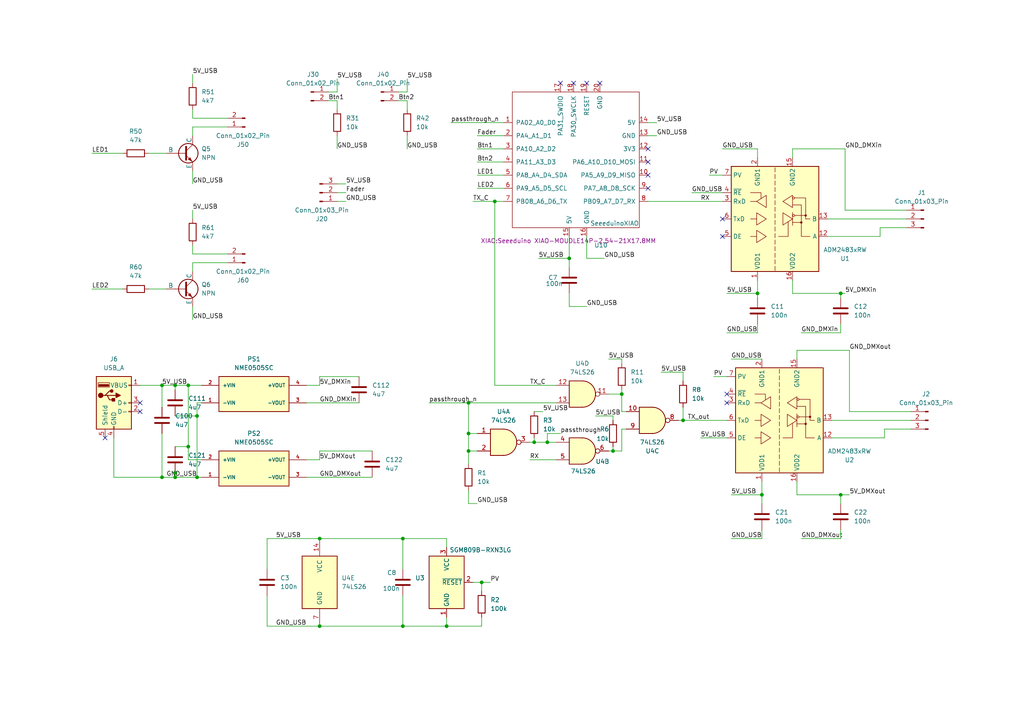
<source format=kicad_sch>
(kicad_sch (version 20250114) (generator "eeschema") (generator_version "9.0")
  (paper "A4")
  (lib_symbols
    (symbol "74xx:74LS26" (pin_names (offset 1.016))
      (property "Reference" "U" (at 0 1.27 0))
      (property "Value" "74LS26" (at 0 -1.27 0))
      (symbol "74LS26_1_1"
        (arc (start 0 3.81) (mid 3.7934 0) (end 0 -3.81) (stroke (width 0.254)) (fill (type background)))
        (polyline (pts (xy 0 3.81) (xy -3.81 3.81) (xy -3.81 -3.81) (xy 0 -3.81)) (stroke (width 0.254)) (fill (type background)))
        (pin input line (at -7.62 2.54 0) (length 3.81) (name "~") (number "1"))
        (pin input line (at -7.62 -2.54 0) (length 3.81) (name "~") (number "2"))
        (pin open_collector inverted (at 7.62 0 180) (length 3.81) (name "~") (number "3"))
      )
      (symbol "74LS26_1_2"
        (arc (start -3.81 3.81) (mid -2.589 0) (end -3.81 -3.81) (stroke (width 0.254)))
        (polyline (pts (xy -3.81 3.81) (xy -0.635 3.81)) (stroke (width 0.254)) (fill (type background)))
        (polyline (pts (xy -3.81 -3.81) (xy -0.635 -3.81)) (stroke (width 0.254)) (fill (type background)))
        (arc (start 3.81 0) (mid 2.1855 -2.584) (end -0.6096 -3.81) (stroke (width 0.254)) (fill (type background)))
        (arc (start -0.6096 3.81) (mid 2.1928 2.5924) (end 3.81 0) (stroke (width 0.254)) (fill (type background)))
        (polyline (pts (xy -0.635 3.81) (xy -3.81 3.81) (xy -3.81 3.81) (xy -3.556 3.4036) (xy -3.0226 2.2606) (xy -2.6924 1.0414) (xy -2.6162 -0.254) (xy -2.7686 -1.4986) (xy -3.175 -2.7178) (xy -3.81 -3.81) (xy -3.81 -3.81) (xy -0.635 -3.81)) (stroke (width -25.4)) (fill (type background)))
        (pin input inverted (at -7.62 2.54 0) (length 4.318) (name "~") (number "1"))
        (pin input inverted (at -7.62 -2.54 0) (length 4.318) (name "~") (number "2"))
        (pin open_collector line (at 7.62 0 180) (length 3.81) (name "~") (number "3"))
      )
      (symbol "74LS26_2_1"
        (arc (start 0 3.81) (mid 3.7934 0) (end 0 -3.81) (stroke (width 0.254)) (fill (type background)))
        (polyline (pts (xy 0 3.81) (xy -3.81 3.81) (xy -3.81 -3.81) (xy 0 -3.81)) (stroke (width 0.254)) (fill (type background)))
        (pin input line (at -7.62 2.54 0) (length 3.81) (name "~") (number "4"))
        (pin input line (at -7.62 -2.54 0) (length 3.81) (name "~") (number "5"))
        (pin open_collector inverted (at 7.62 0 180) (length 3.81) (name "~") (number "6"))
      )
      (symbol "74LS26_2_2"
        (arc (start -3.81 3.81) (mid -2.589 0) (end -3.81 -3.81) (stroke (width 0.254)))
        (polyline (pts (xy -3.81 3.81) (xy -0.635 3.81)) (stroke (width 0.254)) (fill (type background)))
        (polyline (pts (xy -3.81 -3.81) (xy -0.635 -3.81)) (stroke (width 0.254)) (fill (type background)))
        (arc (start 3.81 0) (mid 2.1855 -2.584) (end -0.6096 -3.81) (stroke (width 0.254)) (fill (type background)))
        (arc (start -0.6096 3.81) (mid 2.1928 2.5924) (end 3.81 0) (stroke (width 0.254)) (fill (type background)))
        (polyline (pts (xy -0.635 3.81) (xy -3.81 3.81) (xy -3.81 3.81) (xy -3.556 3.4036) (xy -3.0226 2.2606) (xy -2.6924 1.0414) (xy -2.6162 -0.254) (xy -2.7686 -1.4986) (xy -3.175 -2.7178) (xy -3.81 -3.81) (xy -3.81 -3.81) (xy -0.635 -3.81)) (stroke (width -25.4)) (fill (type background)))
        (pin input inverted (at -7.62 2.54 0) (length 4.318) (name "~") (number "4"))
        (pin input inverted (at -7.62 -2.54 0) (length 4.318) (name "~") (number "5"))
        (pin open_collector line (at 7.62 0 180) (length 3.81) (name "~") (number "6"))
      )
      (symbol "74LS26_3_1"
        (arc (start 0 3.81) (mid 3.7934 0) (end 0 -3.81) (stroke (width 0.254)) (fill (type background)))
        (polyline (pts (xy 0 3.81) (xy -3.81 3.81) (xy -3.81 -3.81) (xy 0 -3.81)) (stroke (width 0.254)) (fill (type background)))
        (pin input line (at -7.62 2.54 0) (length 3.81) (name "~") (number "9"))
        (pin input line (at -7.62 -2.54 0) (length 3.81) (name "~") (number "10"))
        (pin open_collector inverted (at 7.62 0 180) (length 3.81) (name "~") (number "8"))
      )
      (symbol "74LS26_3_2"
        (arc (start -3.81 3.81) (mid -2.589 0) (end -3.81 -3.81) (stroke (width 0.254)))
        (polyline (pts (xy -3.81 3.81) (xy -0.635 3.81)) (stroke (width 0.254)) (fill (type background)))
        (polyline (pts (xy -3.81 -3.81) (xy -0.635 -3.81)) (stroke (width 0.254)) (fill (type background)))
        (arc (start 3.81 0) (mid 2.1855 -2.584) (end -0.6096 -3.81) (stroke (width 0.254)) (fill (type background)))
        (arc (start -0.6096 3.81) (mid 2.1928 2.5924) (end 3.81 0) (stroke (width 0.254)) (fill (type background)))
        (polyline (pts (xy -0.635 3.81) (xy -3.81 3.81) (xy -3.81 3.81) (xy -3.556 3.4036) (xy -3.0226 2.2606) (xy -2.6924 1.0414) (xy -2.6162 -0.254) (xy -2.7686 -1.4986) (xy -3.175 -2.7178) (xy -3.81 -3.81) (xy -3.81 -3.81) (xy -0.635 -3.81)) (stroke (width -25.4)) (fill (type background)))
        (pin input inverted (at -7.62 2.54 0) (length 4.318) (name "~") (number "9"))
        (pin input inverted (at -7.62 -2.54 0) (length 4.318) (name "~") (number "10"))
        (pin open_collector line (at 7.62 0 180) (length 3.81) (name "~") (number "8"))
      )
      (symbol "74LS26_4_1"
        (arc (start 0 3.81) (mid 3.7934 0) (end 0 -3.81) (stroke (width 0.254)) (fill (type background)))
        (polyline (pts (xy 0 3.81) (xy -3.81 3.81) (xy -3.81 -3.81) (xy 0 -3.81)) (stroke (width 0.254)) (fill (type background)))
        (pin input line (at -7.62 2.54 0) (length 3.81) (name "~") (number "12"))
        (pin input line (at -7.62 -2.54 0) (length 3.81) (name "~") (number "13"))
        (pin open_collector inverted (at 7.62 0 180) (length 3.81) (name "~") (number "11"))
      )
      (symbol "74LS26_4_2"
        (arc (start -3.81 3.81) (mid -2.589 0) (end -3.81 -3.81) (stroke (width 0.254)))
        (polyline (pts (xy -3.81 3.81) (xy -0.635 3.81)) (stroke (width 0.254)) (fill (type background)))
        (polyline (pts (xy -3.81 -3.81) (xy -0.635 -3.81)) (stroke (width 0.254)) (fill (type background)))
        (arc (start 3.81 0) (mid 2.1855 -2.584) (end -0.6096 -3.81) (stroke (width 0.254)) (fill (type background)))
        (arc (start -0.6096 3.81) (mid 2.1928 2.5924) (end 3.81 0) (stroke (width 0.254)) (fill (type background)))
        (polyline (pts (xy -0.635 3.81) (xy -3.81 3.81) (xy -3.81 3.81) (xy -3.556 3.4036) (xy -3.0226 2.2606) (xy -2.6924 1.0414) (xy -2.6162 -0.254) (xy -2.7686 -1.4986) (xy -3.175 -2.7178) (xy -3.81 -3.81) (xy -3.81 -3.81) (xy -0.635 -3.81)) (stroke (width -25.4)) (fill (type background)))
        (pin input inverted (at -7.62 2.54 0) (length 4.318) (name "~") (number "12"))
        (pin input inverted (at -7.62 -2.54 0) (length 4.318) (name "~") (number "13"))
        (pin open_collector line (at 7.62 0 180) (length 3.81) (name "~") (number "11"))
      )
      (symbol "74LS26_5_0"
        (pin power_in line (at 0 12.7 270) (length 5.08) (name "VCC") (number "14"))
        (pin power_in line (at 0 -12.7 90) (length 5.08) (name "GND") (number "7"))
      )
      (symbol "74LS26_5_1"
        (rectangle (start -5.08 7.62) (end 5.08 -7.62) (stroke (width 0.254)) (fill (type background)))
      )
    )
    (symbol "Conn_01x03_Pin_1" (pin_names (offset 1.016) (hide yes))
      (property "Reference" "J1" (at 0.635 7.62 0))
      (property "Value" "Conn_01x03_Pin" (at 0.635 5.08 0))
      (symbol "Conn_01x03_Pin_1_1_1"
        (rectangle (start 0.8636 2.667) (end 0 2.413) (stroke (width 0.1524)) (fill (type outline)))
        (rectangle (start 0.8636 0.127) (end 0 -0.127) (stroke (width 0.1524)) (fill (type outline)))
        (rectangle (start 0.8636 -2.413) (end 0 -2.667) (stroke (width 0.1524)) (fill (type outline)))
        (polyline (pts (xy 1.27 2.54) (xy 0.8636 2.54)) (stroke (width 0.1524)))
        (polyline (pts (xy 1.27 0) (xy 0.8636 0)) (stroke (width 0.1524)))
        (polyline (pts (xy 1.27 -2.54) (xy 0.8636 -2.54)) (stroke (width 0.1524)))
        (pin power_in line (at 5.08 2.54 180) (length 3.81) (name "Pin_1") (number "1"))
        (pin input line (at 5.08 0 180) (length 3.81) (name "Pin_2") (number "2"))
        (pin input line (at 5.08 -2.54 180) (length 3.81) (name "Pin_3") (number "3"))
      )
    )
    (symbol "Conn_01x03_Pin_2" (pin_names (offset 1.016) (hide yes))
      (property "Reference" "J2" (at 0.635 7.62 0))
      (property "Value" "Conn_01x03_Pin" (at 0.635 5.08 0))
      (symbol "Conn_01x03_Pin_2_1_1"
        (rectangle (start 0.8636 2.667) (end 0 2.413) (stroke (width 0.1524)) (fill (type outline)))
        (rectangle (start 0.8636 0.127) (end 0 -0.127) (stroke (width 0.1524)) (fill (type outline)))
        (rectangle (start 0.8636 -2.413) (end 0 -2.667) (stroke (width 0.1524)) (fill (type outline)))
        (polyline (pts (xy 1.27 2.54) (xy 0.8636 2.54)) (stroke (width 0.1524)))
        (polyline (pts (xy 1.27 0) (xy 0.8636 0)) (stroke (width 0.1524)))
        (polyline (pts (xy 1.27 -2.54) (xy 0.8636 -2.54)) (stroke (width 0.1524)))
        (pin power_in line (at 5.08 2.54 180) (length 3.81) (name "Pin_1") (number "1"))
        (pin passive line (at 5.08 0 180) (length 3.81) (name "Pin_2") (number "2"))
        (pin passive line (at 5.08 -2.54 180) (length 3.81) (name "Pin_3") (number "3"))
      )
    )
    (symbol "Connector:Conn_01x02_Pin" (pin_names (offset 1.016) (hide yes))
      (property "Reference" "J" (at 0 2.54 0))
      (property "Value" "Conn_01x02_Pin" (at 0 -5.08 0))
      (symbol "Conn_01x02_Pin_1_1"
        (rectangle (start 0.8636 0.127) (end 0 -0.127) (stroke (width 0.1524)) (fill (type outline)))
        (rectangle (start 0.8636 -2.413) (end 0 -2.667) (stroke (width 0.1524)) (fill (type outline)))
        (polyline (pts (xy 1.27 0) (xy 0.8636 0)) (stroke (width 0.1524)))
        (polyline (pts (xy 1.27 -2.54) (xy 0.8636 -2.54)) (stroke (width 0.1524)))
        (pin passive line (at 5.08 0 180) (length 3.81) (name "Pin_1") (number "1"))
        (pin passive line (at 5.08 -2.54 180) (length 3.81) (name "Pin_2") (number "2"))
      )
    )
    (symbol "Connector:Conn_01x03_Pin" (pin_names (offset 1.016) (hide yes))
      (property "Reference" "J" (at 0 5.08 0))
      (property "Value" "Conn_01x03_Pin" (at 0 -5.08 0))
      (symbol "Conn_01x03_Pin_1_1"
        (rectangle (start 0.8636 2.667) (end 0 2.413) (stroke (width 0.1524)) (fill (type outline)))
        (rectangle (start 0.8636 0.127) (end 0 -0.127) (stroke (width 0.1524)) (fill (type outline)))
        (rectangle (start 0.8636 -2.413) (end 0 -2.667) (stroke (width 0.1524)) (fill (type outline)))
        (polyline (pts (xy 1.27 2.54) (xy 0.8636 2.54)) (stroke (width 0.1524)))
        (polyline (pts (xy 1.27 0) (xy 0.8636 0)) (stroke (width 0.1524)))
        (polyline (pts (xy 1.27 -2.54) (xy 0.8636 -2.54)) (stroke (width 0.1524)))
        (pin passive line (at 5.08 2.54 180) (length 3.81) (name "Pin_1") (number "1"))
        (pin passive line (at 5.08 0 180) (length 3.81) (name "Pin_2") (number "2"))
        (pin passive line (at 5.08 -2.54 180) (length 3.81) (name "Pin_3") (number "3"))
      )
    )
    (symbol "Connector:USB_A" (pin_names (offset 1.016))
      (property "Reference" "J6" (at 0 12.7 0))
      (property "Value" "USB_A" (at 0 10.16 0))
      (symbol "USB_A_0_1"
        (rectangle (start -5.08 -7.62) (end 5.08 7.62) (stroke (width 0.254)) (fill (type background)))
        (circle (center -3.81 2.159) (radius 0.635) (stroke (width 0.254)) (fill (type outline)))
        (polyline (pts (xy -3.175 2.159) (xy -2.54 2.159) (xy -1.27 3.429) (xy -0.635 3.429)) (stroke (width 0.254)))
        (polyline (pts (xy -2.54 2.159) (xy -1.905 2.159) (xy -1.27 0.889) (xy 0 0.889)) (stroke (width 0.254)))
        (rectangle (start -1.524 4.826) (end -4.318 5.334) (fill (type outline)))
        (rectangle (start -1.27 4.572) (end -4.572 5.842))
        (circle (center -0.635 3.429) (radius 0.381) (stroke (width 0.254)) (fill (type outline)))
        (rectangle (start -0.127 -7.62) (end 0.127 -6.858))
        (rectangle (start 0.254 1.27) (end -0.508 0.508) (stroke (width 0.254)) (fill (type outline)))
        (polyline (pts (xy 0.635 2.794) (xy 0.635 1.524) (xy 1.905 2.159) (xy 0.635 2.794)) (stroke (width 0.254)) (fill (type outline)))
        (rectangle (start 5.08 4.953) (end 4.318 5.207))
        (rectangle (start 5.08 -0.127) (end 4.318 0.127))
        (rectangle (start 5.08 -2.667) (end 4.318 -2.413))
      )
      (symbol "USB_A_1_1"
        (polyline (pts (xy -1.905 2.159) (xy 0.635 2.159)) (stroke (width 0.254)))
        (pin passive line (at -2.54 -10.16 90) (length 2.54) (name "Shield") (number "5"))
        (pin power_out line (at 0 -10.16 90) (length 2.54) (name "GND") (number "4"))
        (pin power_out line (at 7.62 5.08 180) (length 2.54) (name "VBUS") (number "1"))
        (pin bidirectional line (at 7.62 0 180) (length 2.54) (name "D+") (number "3"))
        (pin bidirectional line (at 7.62 -2.54 180) (length 2.54) (name "D-") (number "2"))
      )
    )
    (symbol "Device:C" (pin_numbers (hide yes)) (pin_names (offset 0.254))
      (property "Reference" "C" (at 0.635 2.54 0))
      (property "Value" "C" (at 0.635 -2.54 0))
      (symbol "C_0_1"
        (polyline (pts (xy -2.032 0.762) (xy 2.032 0.762)) (stroke (width 0.508)))
        (polyline (pts (xy -2.032 -0.762) (xy 2.032 -0.762)) (stroke (width 0.508)))
      )
      (symbol "C_1_1"
        (pin passive line (at 0 3.81 270) (length 2.794) (name "~") (number "1"))
        (pin passive line (at 0 -3.81 90) (length 2.794) (name "~") (number "2"))
      )
    )
    (symbol "Device:R" (pin_numbers (hide yes)) (pin_names (offset 0))
      (property "Reference" "R" (at 2.032 0 90))
      (property "Value" "R" (at 0 0 90))
      (symbol "R_0_1"
        (rectangle (start -1.016 -2.54) (end 1.016 2.54) (stroke (width 0.254)))
      )
      (symbol "R_1_1"
        (pin passive line (at 0 3.81 270) (length 1.27) (name "~") (number "1"))
        (pin passive line (at 0 -3.81 90) (length 1.27) (name "~") (number "2"))
      )
    )
    (symbol "Interface_UART:ADM2483xRW"
      (property "Reference" "U" (at -12.7 16.51 0))
      (property "Value" "ADM2483xRW" (at 6.35 16.51 0))
      (symbol "ADM2483xRW_0_0"
        (polyline (pts (xy 0 14.986) (xy 0 13.716)))
        (polyline (pts (xy 0 13.081) (xy 0 11.811)))
        (polyline (pts (xy 0 11.176) (xy 0 9.906)))
        (polyline (pts (xy 0 9.271) (xy 0 8.001)))
        (polyline (pts (xy 0 7.366) (xy 0 6.096)))
        (polyline (pts (xy 0 5.461) (xy 0 4.191)))
        (polyline (pts (xy 0 3.556) (xy 0 2.286)))
        (polyline (pts (xy 0 1.651) (xy 0 0.381)))
        (polyline (pts (xy 0 -0.254) (xy 0 -1.524)))
        (polyline (pts (xy 0 -2.159) (xy 0 -3.429)))
        (polyline (pts (xy 0 -4.064) (xy 0 -5.334)))
        (polyline (pts (xy 0 -5.969) (xy 0 -7.239)))
        (polyline (pts (xy 0 -7.874) (xy 0 -9.144)))
        (polyline (pts (xy 0 -9.779) (xy 0 -11.049)))
        (polyline (pts (xy 0 -11.684) (xy 0 -12.954)))
        (polyline (pts (xy 0 -13.589) (xy 0 -14.859)))
      )
      (symbol "ADM2483xRW_0_1"
        (rectangle (start -12.7 15.24) (end 12.7 -15.24) (stroke (width 0.254)) (fill (type background)))
        (polyline (pts (xy -7.112 -7.62) (xy -4.064 -7.62) (xy -4.064 -5.969)))
        (polyline (pts (xy -5.334 5.08) (xy -7.112 5.08)))
        (polyline (pts (xy -5.334 0) (xy -7.112 0)))
        (polyline (pts (xy -5.334 -5.08) (xy -7.112 -5.08)))
        (polyline (pts (xy -5.334 -5.08) (xy -2.54 -3.302) (xy -2.54 -6.858) (xy -5.334 -5.08)))
        (polyline (pts (xy -2.54 5.08) (xy -5.334 6.858) (xy -5.334 3.302) (xy -2.54 5.08)))
        (polyline (pts (xy -2.54 0) (xy -5.334 1.778) (xy -5.334 -1.778) (xy -2.54 0)))
        (polyline (pts (xy 1.016 5.08) (xy 3.81 5.08) (xy 3.81 0.889)))
        (polyline (pts (xy 2.286 -5.08) (xy 5.08 -3.302) (xy 5.08 -6.858) (xy 2.286 -5.08)))
        (polyline (pts (xy 5.08 1.905) (xy 5.08 -1.905)))
        (polyline (pts (xy 5.08 1.016) (xy 7.62 1.016)))
        (polyline (pts (xy 5.08 0) (xy 2.286 1.778) (xy 2.286 -1.778) (xy 5.08 0)))
        (polyline (pts (xy 5.08 -4.064) (xy 7.62 -4.064) (xy 7.62 5.08) (xy 10.16 5.08)))
        (circle (center 5.3848 -0.9906) (radius 0.3048))
        (circle (center 5.3848 -6.0706) (radius 0.3048))
        (polyline (pts (xy 5.715 -1.016) (xy 8.89 -1.016)))
        (polyline (pts (xy 5.715 -6.096) (xy 8.89 -6.096) (xy 8.89 0) (xy 10.16 0)))
        (circle (center 7.62 1.016) (radius 0.254) (fill (type outline)))
        (circle (center 8.89 -1.016) (radius 0.254) (fill (type outline)))
      )
      (symbol "ADM2483xRW_1_1"
        (pin input line (at -15.24 5.08 0) (length 2.54) (name "DE") (number "5"))
        (pin input line (at -15.24 0 0) (length 2.54) (name "TxD") (number "6"))
        (pin output line (at -15.24 -5.08 0) (length 2.54) (name "RxD") (number "3"))
        (pin input line (at -15.24 -7.62 0) (length 2.54) (name "~{RE}") (number "4"))
        (pin input line (at -15.24 -12.7 0) (length 2.54) (name "PV") (number "7"))
        (pin power_in line (at -5.08 17.78 270) (length 2.54) (name "VDD1") (number "1"))
        (pin power_in line (at -5.08 -17.78 90) (length 2.54) (name "GND1") (number "2"))
        (pin passive line (at -5.08 -17.78 90) (length 2.54) (hide yes) (name "GND1") (number "8"))
        (pin power_in line (at 5.08 17.78 270) (length 2.54) (name "VDD2") (number "16"))
        (pin power_in line (at 5.08 -17.78 90) (length 2.54) (name "GND2") (number "15"))
        (pin passive line (at 5.08 -17.78 90) (length 2.54) (hide yes) (name "GND2") (number "9"))
        (pin no_connect line (at 7.62 -15.24 90) (length 2.54) (hide yes) (name "NC") (number "10"))
        (pin no_connect line (at 12.7 7.62 180) (length 2.54) (hide yes) (name "NC") (number "14"))
        (pin no_connect line (at 12.7 -7.62 180) (length 2.54) (hide yes) (name "NC") (number "11"))
        (pin bidirectional line (at 15.24 5.08 180) (length 2.54) (name "A") (number "12"))
        (pin bidirectional line (at 15.24 0 180) (length 2.54) (name "B") (number "13"))
      )
    )
    (symbol "NME0505SC_1" (pin_names (offset 1.016))
      (property "Reference" "PS1" (at 0 10.16 0))
      (property "Value" "NME0505SC" (at 0 7.62 0))
      (symbol "NME0505SC_1_0_0"
        (rectangle (start -10.16 -5.08) (end 10.16 5.08) (stroke (width 0.254)) (fill (type background)))
      )
      (symbol "NME0505SC_1_1_0"
        (pin power_in line (at -15.24 2.54 0) (length 5.08) (name "+VIN") (number "2"))
        (pin power_in line (at -15.24 -2.54 0) (length 5.08) (name "-VIN") (number "1"))
        (pin power_out line (at 15.24 2.54 180) (length 5.08) (name "+VOUT") (number "4"))
        (pin power_out line (at 15.24 -2.54 180) (length 5.08) (name "-VOUT") (number "3"))
      )
    )
    (symbol "NPN_1" (pin_numbers (hide yes)) (pin_names (offset 0))
      (property "Reference" "Q6" (at 5.08 1.2701 0))
      (property "Value" "NPN" (at 5.08 -1.2699 0))
      (symbol "NPN_1_0_1"
        (polyline (pts (xy -2.54 0) (xy 0.635 0)) (stroke (width 0.1524)))
        (polyline (pts (xy 0.635 1.905) (xy 0.635 -1.905) (xy 0.635 -1.905)) (stroke (width 0.508)))
        (polyline (pts (xy 0.635 0.635) (xy 2.54 2.54)))
        (polyline (pts (xy 0.635 -0.635) (xy 2.54 -2.54) (xy 2.54 -2.54)))
        (circle (center 1.27 0) (radius 2.8194) (stroke (width 0.254)))
        (polyline (pts (xy 1.27 -1.778) (xy 1.778 -1.27) (xy 2.286 -2.286) (xy 1.27 -1.778) (xy 1.27 -1.778)) (fill (type outline)))
        (polyline (pts (xy 2.794 -1.27) (xy 2.794 -1.27)) (stroke (width 0.1524)))
        (polyline (pts (xy 2.794 -1.27) (xy 2.794 -1.27)) (stroke (width 0.1524)))
      )
      (symbol "NPN_1_1_1"
        (pin input line (at -5.08 0 0) (length 2.54) (name "B") (number "2"))
        (pin open_collector line (at 2.54 5.08 270) (length 2.54) (name "C") (number "1"))
        (pin power_in line (at 2.54 -5.08 90) (length 2.54) (name "E") (number "3"))
      )
    )
    (symbol "Power_Supervisor:LM809"
      (property "Reference" "U" (at 2.54 12.7 0))
      (property "Value" "LM809" (at 5.08 10.16 0))
      (symbol "LM809_0_1"
        (rectangle (start 5.08 7.62) (end -5.08 -7.62) (stroke (width 0.254)) (fill (type background)))
      )
      (symbol "LM809_1_1"
        (pin power_in line (at 0 10.16 270) (length 2.54) (name "VCC") (number "3"))
        (pin power_in line (at 0 -10.16 90) (length 2.54) (name "GND") (number "1"))
        (pin output line (at 7.62 0 180) (length 2.54) (name "~{RESET}") (number "2"))
      )
    )
    (symbol "XIAO:SeeeduinoXIAO" (pin_names (offset 1.016))
      (property "Reference" "U10" (at 4.6833 -24.13 0))
      (property "Value" "SeeeduinoXIAO" (at 3.556 -17.78 0))
      (property "Footprint" "XIAO:Seeeduino XIAO-MOUDLE14P-2.54-21X17.8MM" (at -2.794 -22.86 0))
      (symbol "SeeeduinoXIAO_0_1"
        (rectangle (start -19.05 20.32) (end 17.78 -19.05))
      )
      (symbol "SeeeduinoXIAO_1_1"
        (pin unspecified line (at -21.59 11.43 0) (length 2.54) (name "PA02_A0_D0") (number "1"))
        (pin unspecified line (at -21.59 7.62 0) (length 2.54) (name "PA4_A1_D1") (number "2"))
        (pin unspecified line (at -21.59 3.81 0) (length 2.54) (name "PA10_A2_D2") (number "3"))
        (pin unspecified line (at -21.59 0 0) (length 2.54) (name "PA11_A3_D3") (number "4"))
        (pin unspecified line (at -21.59 -3.81 0) (length 2.54) (name "PA8_A4_D4_SDA") (number "5"))
        (pin unspecified line (at -21.59 -7.62 0) (length 2.54) (name "PA9_A5_D5_SCL") (number "6"))
        (pin output line (at -21.59 -11.43 0) (length 2.54) (name "PB08_A6_D6_TX") (number "7"))
        (pin input line (at -5.08 22.86 270) (length 2.54) (name "PA31_SWDIO") (number "17"))
        (pin input line (at -2.54 -21.59 90) (length 2.54) (name "5V") (number "15"))
        (pin input line (at -1.27 22.86 270) (length 2.54) (name "PA30_SWCLK") (number "18"))
        (pin input line (at 2.54 22.86 270) (length 2.54) (name "RESET") (number "19"))
        (pin input line (at 2.54 -21.59 90) (length 2.54) (name "GND") (number "16"))
        (pin input line (at 6.35 22.86 270) (length 2.54) (name "GND") (number "20"))
        (pin unspecified line (at 20.32 11.43 180) (length 2.54) (name "5V") (number "14"))
        (pin unspecified line (at 20.32 7.62 180) (length 2.54) (name "GND") (number "13"))
        (pin unspecified line (at 20.32 3.81 180) (length 2.54) (name "3V3") (number "12"))
        (pin unspecified line (at 20.32 0 180) (length 2.54) (name "PA6_A10_D10_MOSI") (number "11"))
        (pin unspecified line (at 20.32 -3.81 180) (length 2.54) (name "PA5_A9_D9_MISO") (number "10"))
        (pin unspecified line (at 20.32 -7.62 180) (length 2.54) (name "PA7_A8_D8_SCK") (number "9"))
        (pin input line (at 20.32 -11.43 180) (length 2.54) (name "PB09_A7_D7_RX") (number "8"))
      )
    )
  )
  (junction (at 143.51 58.42))
  (junction (at 154.94 128.27))
  (junction (at 243.84 85.09))
  (junction (at 116.84 156.21))
  (junction (at 50.8 138.43))
  (junction (at 165.1 74.93))
  (junction (at 158.75 128.27))
  (junction (at 219.71 85.09))
  (junction (at 50.8 137.16))
  (junction (at 50.8 111.76))
  (junction (at 220.98 143.51))
  (junction (at 180.34 114.3))
  (junction (at 135.89 130.81))
  (junction (at 116.84 181.61))
  (junction (at 135.89 116.84))
  (junction (at 57.15 138.43))
  (junction (at 177.8 130.81))
  (junction (at 54.61 111.76))
  (junction (at 198.12 121.92))
  (junction (at 46.99 111.76))
  (junction (at 243.84 143.51))
  (junction (at 54.61 129.54))
  (junction (at 92.71 156.21))
  (junction (at 57.15 120.65))
  (junction (at 92.71 181.61))
  (junction (at 139.7 168.91))
  (junction (at 46.99 138.43))
  (junction (at 135.89 125.73))
  (junction (at 129.54 181.61))
  (no_connect (at 187.96 46.99))
  (no_connect (at 187.96 43.18))
  (no_connect (at 162.56 24.13))
  (no_connect (at 209.55 63.5))
  (no_connect (at 210.82 116.84))
  (no_connect (at 30.48 127))
  (no_connect (at 210.82 114.3))
  (no_connect (at 209.55 68.58))
  (no_connect (at 170.18 24.13))
  (no_connect (at 40.64 116.84))
  (no_connect (at 166.37 24.13))
  (no_connect (at 187.96 54.61))
  (no_connect (at 173.99 24.13))
  (no_connect (at 187.96 50.8))
  (no_connect (at 40.64 119.38))
  (wire (pts (xy 165.1 85.09) (xy 165.1 88.9)))
  (wire (pts (xy 40.64 111.76) (xy 46.99 111.76)))
  (wire (pts (xy 54.61 111.76) (xy 58.42 111.76)))
  (wire (pts (xy 95.25 29.21) (xy 97.79 29.21)))
  (wire (pts (xy 165.1 74.93) (xy 165.1 77.47)))
  (wire (pts (xy 118.11 43.18) (xy 118.11 39.37)))
  (wire (pts (xy 138.43 43.18) (xy 146.05 43.18)))
  (wire (pts (xy 55.88 21.59) (xy 55.88 24.13)))
  (wire (pts (xy 55.88 49.53) (xy 55.88 53.34)))
  (wire (pts (xy 220.98 156.21) (xy 220.98 153.67)))
  (wire (pts (xy 138.43 54.61) (xy 146.05 54.61)))
  (wire (pts (xy 243.84 143.51) (xy 246.38 143.51)))
  (wire (pts (xy 46.99 125.73) (xy 46.99 138.43)))
  (wire (pts (xy 219.71 96.52) (xy 219.71 93.98)))
  (wire (pts (xy 116.84 156.21) (xy 129.54 156.21)))
  (wire (pts (xy 154.94 127) (xy 154.94 128.27)))
  (wire (pts (xy 210.82 96.52) (xy 219.71 96.52)))
  (wire (pts (xy 243.84 156.21) (xy 243.84 153.67)))
  (wire (pts (xy 176.53 114.3) (xy 180.34 114.3)))
  (wire (pts (xy 77.47 156.21) (xy 92.71 156.21)))
  (wire (pts (xy 172.72 120.65) (xy 177.8 120.65)))
  (wire (pts (xy 158.75 125.73) (xy 162.56 125.73)))
  (wire (pts (xy 207.01 109.22) (xy 210.82 109.22)))
  (wire (pts (xy 55.88 60.96) (xy 55.88 63.5)))
  (wire (pts (xy 187.96 58.42) (xy 209.55 58.42)))
  (wire (pts (xy 255.27 66.04) (xy 255.27 68.58)))
  (wire (pts (xy 77.47 181.61) (xy 92.71 181.61)))
  (wire (pts (xy 135.89 130.81) (xy 135.89 134.62)))
  (wire (pts (xy 88.9 133.35) (xy 92.71 133.35)))
  (wire (pts (xy 50.8 111.76) (xy 54.61 111.76)))
  (wire (pts (xy 55.88 88.9) (xy 55.88 92.71)))
  (wire (pts (xy 138.43 39.37) (xy 146.05 39.37)))
  (wire (pts (xy 50.8 138.43) (xy 57.15 138.43)))
  (wire (pts (xy 191.77 107.95) (xy 198.12 107.95)))
  (wire (pts (xy 220.98 143.51) (xy 220.98 139.7)))
  (wire (pts (xy 135.89 142.24) (xy 135.89 146.05)))
  (wire (pts (xy 139.7 168.91) (xy 142.24 168.91)))
  (wire (pts (xy 116.84 156.21) (xy 116.84 165.1)))
  (wire (pts (xy 43.18 83.82) (xy 48.26 83.82)))
  (wire (pts (xy 26.67 44.45) (xy 35.56 44.45)))
  (wire (pts (xy 50.8 135.89) (xy 50.8 137.16)))
  (wire (pts (xy 176.53 130.81) (xy 177.8 130.81)))
  (wire (pts (xy 57.15 138.43) (xy 58.42 138.43)))
  (wire (pts (xy 153.67 133.35) (xy 161.29 133.35)))
  (wire (pts (xy 143.51 111.76) (xy 161.29 111.76)))
  (wire (pts (xy 88.9 111.76) (xy 92.71 111.76)))
  (wire (pts (xy 243.84 86.36) (xy 243.84 85.09)))
  (wire (pts (xy 187.96 35.56) (xy 190.5 35.56)))
  (wire (pts (xy 180.34 104.14) (xy 180.34 105.41)))
  (wire (pts (xy 198.12 121.92) (xy 210.82 121.92)))
  (wire (pts (xy 118.11 22.86) (xy 118.11 26.67)))
  (wire (pts (xy 55.88 73.66) (xy 66.04 73.66)))
  (wire (pts (xy 170.18 68.58) (xy 170.18 74.93)))
  (wire (pts (xy 229.87 85.09) (xy 243.84 85.09)))
  (wire (pts (xy 135.89 125.73) (xy 135.89 130.81)))
  (wire (pts (xy 181.61 119.38) (xy 180.34 119.38)))
  (wire (pts (xy 177.8 120.65) (xy 177.8 121.92)))
  (wire (pts (xy 180.34 124.46) (xy 181.61 124.46)))
  (wire (pts (xy 97.79 22.86) (xy 97.79 26.67)))
  (wire (pts (xy 143.51 58.42) (xy 143.51 111.76)))
  (wire (pts (xy 210.82 85.09) (xy 219.71 85.09)))
  (wire (pts (xy 116.84 181.61) (xy 129.54 181.61)))
  (wire (pts (xy 170.18 88.9) (xy 165.1 88.9)))
  (wire (pts (xy 229.87 43.18) (xy 229.87 45.72)))
  (wire (pts (xy 161.29 116.84) (xy 135.89 116.84)))
  (wire (pts (xy 50.8 120.65) (xy 57.15 120.65)))
  (wire (pts (xy 180.34 124.46) (xy 180.34 130.81)))
  (wire (pts (xy 135.89 116.84) (xy 124.46 116.84)))
  (wire (pts (xy 116.84 172.72) (xy 116.84 181.61)))
  (wire (pts (xy 219.71 85.09) (xy 219.71 86.36)))
  (wire (pts (xy 232.41 156.21) (xy 243.84 156.21)))
  (wire (pts (xy 26.67 83.82) (xy 35.56 83.82)))
  (wire (pts (xy 139.7 168.91) (xy 139.7 171.45)))
  (wire (pts (xy 219.71 85.09) (xy 219.71 81.28)))
  (wire (pts (xy 177.8 130.81) (xy 180.34 130.81)))
  (wire (pts (xy 57.15 120.65) (xy 57.15 138.43)))
  (wire (pts (xy 55.88 34.29) (xy 66.04 34.29)))
  (wire (pts (xy 137.16 58.42) (xy 143.51 58.42)))
  (wire (pts (xy 180.34 114.3) (xy 180.34 119.38)))
  (wire (pts (xy 158.75 128.27) (xy 161.29 128.27)))
  (wire (pts (xy 46.99 111.76) (xy 46.99 118.11)))
  (wire (pts (xy 243.84 96.52) (xy 243.84 93.98)))
  (wire (pts (xy 180.34 113.03) (xy 180.34 114.3)))
  (wire (pts (xy 97.79 43.18) (xy 97.79 39.37)))
  (wire (pts (xy 118.11 26.67) (xy 115.57 26.67)))
  (wire (pts (xy 220.98 143.51) (xy 220.98 146.05)))
  (wire (pts (xy 187.96 39.37) (xy 190.5 39.37)))
  (wire (pts (xy 240.03 63.5) (xy 262.89 63.5)))
  (wire (pts (xy 219.71 43.18) (xy 219.71 45.72)))
  (wire (pts (xy 129.54 181.61) (xy 139.7 181.61)))
  (wire (pts (xy 165.1 68.58) (xy 165.1 74.93)))
  (wire (pts (xy 97.79 53.34) (xy 100.33 53.34)))
  (wire (pts (xy 232.41 96.52) (xy 243.84 96.52)))
  (wire (pts (xy 231.14 139.7) (xy 231.14 143.51)))
  (wire (pts (xy 50.8 137.16) (xy 50.8 138.43)))
  (wire (pts (xy 77.47 165.1) (xy 77.47 156.21)))
  (wire (pts (xy 50.8 111.76) (xy 50.8 113.03)))
  (wire (pts (xy 55.88 71.12) (xy 55.88 73.66)))
  (wire (pts (xy 118.11 29.21) (xy 118.11 31.75)))
  (wire (pts (xy 135.89 125.73) (xy 138.43 125.73)))
  (wire (pts (xy 33.02 138.43) (xy 46.99 138.43)))
  (wire (pts (xy 88.9 138.43) (xy 107.95 138.43)))
  (wire (pts (xy 77.47 172.72) (xy 77.47 181.61)))
  (wire (pts (xy 154.94 119.38) (xy 157.48 119.38)))
  (wire (pts (xy 50.8 129.54) (xy 54.61 129.54)))
  (wire (pts (xy 209.55 43.18) (xy 219.71 43.18)))
  (wire (pts (xy 43.18 44.45) (xy 48.26 44.45)))
  (wire (pts (xy 46.99 111.76) (xy 50.8 111.76)))
  (wire (pts (xy 262.89 60.96) (xy 245.11 60.96)))
  (wire (pts (xy 246.38 101.6) (xy 231.14 101.6)))
  (wire (pts (xy 46.99 138.43) (xy 50.8 138.43)))
  (wire (pts (xy 243.84 143.51) (xy 243.84 146.05)))
  (wire (pts (xy 256.54 124.46) (xy 256.54 127)))
  (wire (pts (xy 245.11 43.18) (xy 229.87 43.18)))
  (wire (pts (xy 88.9 116.84) (xy 104.14 116.84)))
  (wire (pts (xy 246.38 101.6) (xy 246.38 119.38)))
  (wire (pts (xy 97.79 58.42) (xy 100.33 58.42)))
  (wire (pts (xy 143.51 58.42) (xy 146.05 58.42)))
  (wire (pts (xy 175.26 74.93) (xy 170.18 74.93)))
  (wire (pts (xy 229.87 81.28) (xy 229.87 85.09)))
  (wire (pts (xy 212.09 143.51) (xy 220.98 143.51)))
  (wire (pts (xy 130.81 35.56) (xy 146.05 35.56)))
  (wire (pts (xy 97.79 55.88) (xy 100.33 55.88)))
  (wire (pts (xy 196.85 121.92) (xy 198.12 121.92)))
  (wire (pts (xy 177.8 129.54) (xy 177.8 130.81)))
  (wire (pts (xy 54.61 129.54) (xy 54.61 133.35)))
  (wire (pts (xy 97.79 29.21) (xy 97.79 31.75)))
  (wire (pts (xy 129.54 179.07) (xy 129.54 181.61)))
  (wire (pts (xy 200.66 55.88) (xy 209.55 55.88)))
  (wire (pts (xy 241.3 121.92) (xy 264.16 121.92)))
  (wire (pts (xy 256.54 127) (xy 241.3 127)))
  (wire (pts (xy 138.43 130.81) (xy 135.89 130.81)))
  (wire (pts (xy 256.54 124.46) (xy 264.16 124.46)))
  (wire (pts (xy 97.79 26.67) (xy 95.25 26.67)))
  (wire (pts (xy 137.16 168.91) (xy 139.7 168.91)))
  (wire (pts (xy 92.71 109.22) (xy 104.14 109.22)))
  (wire (pts (xy 212.09 104.14) (xy 220.98 104.14)))
  (wire (pts (xy 139.7 181.61) (xy 139.7 179.07)))
  (wire (pts (xy 55.88 31.75) (xy 55.88 34.29)))
  (wire (pts (xy 92.71 130.81) (xy 92.71 133.35)))
  (wire (pts (xy 107.95 130.81) (xy 92.71 130.81)))
  (wire (pts (xy 158.75 125.73) (xy 158.75 128.27)))
  (wire (pts (xy 264.16 119.38) (xy 246.38 119.38)))
  (wire (pts (xy 55.88 76.2) (xy 66.04 76.2)))
  (wire (pts (xy 243.84 85.09) (xy 245.11 85.09)))
  (wire (pts (xy 92.71 111.76) (xy 92.71 109.22)))
  (wire (pts (xy 135.89 116.84) (xy 135.89 125.73)))
  (wire (pts (xy 198.12 107.95) (xy 198.12 110.49)))
  (wire (pts (xy 115.57 29.21) (xy 118.11 29.21)))
  (wire (pts (xy 156.21 74.93) (xy 165.1 74.93)))
  (wire (pts (xy 176.53 104.14) (xy 180.34 104.14)))
  (wire (pts (xy 203.2 127) (xy 210.82 127)))
  (wire (pts (xy 54.61 111.76) (xy 54.61 129.54)))
  (wire (pts (xy 198.12 118.11) (xy 198.12 121.92)))
  (wire (pts (xy 154.94 128.27) (xy 158.75 128.27)))
  (wire (pts (xy 245.11 43.18) (xy 245.11 60.96)))
  (wire (pts (xy 54.61 133.35) (xy 58.42 133.35)))
  (wire (pts (xy 138.43 46.99) (xy 146.05 46.99)))
  (wire (pts (xy 205.74 50.8) (xy 209.55 50.8)))
  (wire (pts (xy 255.27 66.04) (xy 262.89 66.04)))
  (wire (pts (xy 138.43 50.8) (xy 146.05 50.8)))
  (wire (pts (xy 58.42 116.84) (xy 57.15 116.84)))
  (wire (pts (xy 153.67 128.27) (xy 154.94 128.27)))
  (wire (pts (xy 55.88 76.2) (xy 55.88 78.74)))
  (wire (pts (xy 55.88 36.83) (xy 66.04 36.83)))
  (wire (pts (xy 231.14 101.6) (xy 231.14 104.14)))
  (wire (pts (xy 55.88 36.83) (xy 55.88 39.37)))
  (wire (pts (xy 129.54 156.21) (xy 129.54 158.75)))
  (wire (pts (xy 135.89 146.05) (xy 138.43 146.05)))
  (wire (pts (xy 33.02 127) (xy 33.02 138.43)))
  (wire (pts (xy 255.27 68.58) (xy 240.03 68.58)))
  (wire (pts (xy 231.14 143.51) (xy 243.84 143.51)))
  (wire (pts (xy 212.09 156.21) (xy 220.98 156.21)))
  (wire (pts (xy 92.71 181.61) (xy 116.84 181.61)))
  (wire (pts (xy 57.15 116.84) (xy 57.15 120.65)))
  (wire (pts (xy 92.71 156.21) (xy 116.84 156.21)))
  (label "GND_USB" (at 138.43 146.05 0))
  (label "passthrough" (at 162.56 125.73 0))
  (label "Fader" (at 100.33 55.88 0))
  (label "GND_DMXout" (at 92.71 138.43 0))
  (label "GND_DMXin" (at 92.71 116.84 0))
  (label "TX_C" (at 153.67 111.76 0))
  (label "LED2" (at 138.43 54.61 0))
  (label "GND_USB" (at 170.18 88.9 0))
  (label "5V_USB" (at 100.33 53.34 0))
  (label "GND_USB" (at 200.66 55.88 0))
  (label "TX_C" (at 137.16 58.42 0))
  (label "GND_USB" (at 212.09 104.14 0))
  (label "GND_USB" (at 209.55 43.18 0))
  (label "PV" (at 142.24 168.91 0))
  (label "GND_USB" (at 212.09 156.21 0))
  (label "5V_USB" (at 46.99 111.76 0))
  (label "5V_USB" (at 156.21 74.93 0))
  (label "GND_USB" (at 175.26 74.93 0))
  (label "GND_USB" (at 48.26 138.43 0))
  (label "5V_USB" (at 191.77 107.95 0))
  (label "5V_USB" (at 118.11 22.86 0))
  (label "GND_USB" (at 97.79 43.18 0))
  (label "5V_USB" (at 55.88 60.96 0))
  (label "Fader" (at 138.43 39.37 0))
  (label "5V_USB" (at 210.82 85.09 0))
  (label "LED1" (at 138.43 50.8 0))
  (label "Btn1" (at 95.25 29.21 0))
  (label "5V_USB" (at 176.53 104.14 0))
  (label "GND_USB" (at 100.33 58.42 0))
  (label "GND_USB" (at 80.01 181.61 0))
  (label "GND_USB" (at 55.88 92.71 0))
  (label "GND_USB" (at 190.5 39.37 0))
  (label "RX" (at 153.67 133.35 0))
  (label "RX" (at 203.2 58.42 0))
  (label "PV" (at 207.01 109.22 0))
  (label "5V_USB" (at 212.09 143.51 0))
  (label "GND_USB" (at 118.11 43.18 0))
  (label "Btn1" (at 138.43 43.18 0))
  (label "GND_DMXout" (at 232.41 156.21 0))
  (label "LED2" (at 26.67 83.82 0))
  (label "GND_DMXout" (at 246.38 101.6 0))
  (label "5V_DMXin" (at 245.11 85.09 0))
  (label "LED1" (at 26.67 44.45 0))
  (label "passthrough_n" (at 130.81 35.56 0))
  (label "5V_USB" (at 172.72 120.65 0))
  (label "passthrough_n" (at 124.46 116.84 0))
  (label "5V_USB" (at 80.01 156.21 0))
  (label "GND_USB" (at 210.82 96.52 0))
  (label "TX_out" (at 199.39 121.92 0))
  (label "PV" (at 205.74 50.8 0))
  (label "5V_USB" (at 203.2 127 0))
  (label "Btn2" (at 138.43 46.99 0))
  (label "GND_DMXin" (at 245.11 43.18 0))
  (label "5V_USB" (at 190.5 35.56 0))
  (label "5V_USB" (at 55.88 21.59 0))
  (label "5V_USB" (at 97.79 22.86 0))
  (label "5V_DMXout" (at 246.38 143.51 0))
  (label "5V_DMXout" (at 92.71 133.35 0))
  (label "5V_DMXin" (at 92.71 111.76 0))
  (label "5V_USB" (at 157.48 119.38 0))
  (label "Btn2" (at 115.57 29.21 0))
  (label "GND_DMXin" (at 232.41 96.52 0))
  (label "GND_USB" (at 55.88 53.34 0))
  (symbol (lib_id "Interface_UART:ADM2483xRW") (at 224.79 63.5 0) (mirror x) (unit 1)
    (property "Reference" "U1" (at 245.11 75.0002 0))
    (property "Value" "ADM2483xRW" (at 245.11 72.4602 0))
    (property "Footprint" "Package_SO:SOIC-16W_7.5x10.3mm_P1.27mm" (effects (hide yes)))
    (property "Datasheet" "https://www.analog.com/media/en/technical-documentation/data-sheets/adm2483.pdf" (effects (hide yes)))
    (property "Description" "Isolated RS485/RS422 Transceiver, Half-Duplex, 500kbps, SOIC-16W" (effects (hide yes)))
  )
  (symbol (lib_id "Device:R") (at 180.34 109.22 0) (unit 1)
    (property "Reference" "R11" (at 182.88 107.9499 0) (effects (justify left)))
    (property "Value" "10k" (at 182.88 110.4899 0) (effects (justify left)))
    (property "Footprint" "Resistor_SMD:R_0805_2012Metric" (effects (hide yes)))
    (property "Description" "Resistor" (effects (hide yes)))
  )
  (symbol (lib_id "74xx:74LS26") (at 92.71 168.91 0) (unit 5)
    (property "Reference" "U4" (at 99.06 167.6399 0) (effects (justify left)))
    (property "Value" "74LS26" (at 99.06 170.1799 0) (effects (justify left)))
    (property "Footprint" "Package_DIP:DIP-14_W7.62mm_Socket_LongPads" (effects (hide yes)))
    (property "Datasheet" "http://www.ti.com/lit/gpn/sn74LS26" (effects (hide yes)))
    (property "Description" "Quad 2-input NAND Open collector" (effects (hide yes)))
  )
  (symbol (lib_id "Device:C") (at 243.84 149.86 0) (unit 1)
    (property "Reference" "C22" (at 247.65 148.5899 0) (effects (justify left)))
    (property "Value" "100n" (at 247.65 151.1299 0) (effects (justify left)))
    (property "Footprint" "Capacitor_SMD:C_0805_2012Metric" (effects (hide yes)))
    (property "Description" "Unpolarized capacitor" (effects (hide yes)))
  )
  (symbol (lib_id "74xx:74LS26") (at 189.23 121.92 0) (mirror x) (unit 3)
    (property "Reference" "U4" (at 189.2217 130.81 0))
    (property "Value" "74LS26" (at 189.2217 128.27 0))
    (property "Footprint" "Package_DIP:DIP-14_W7.62mm_Socket_LongPads" (effects (hide yes)))
    (property "Datasheet" "http://www.ti.com/lit/gpn/sn74LS26" (effects (hide yes)))
    (property "Description" "Quad 2-input NAND Open collector" (effects (hide yes)))
  )
  (symbol (lib_id "Device:R") (at 55.88 67.31 0) (unit 1)
    (property "Reference" "R61" (at 58.42 66.0399 0) (effects (justify left)))
    (property "Value" "4k7" (at 58.42 68.5799 0) (effects (justify left)))
    (property "Footprint" "Resistor_SMD:R_0805_2012Metric_Pad1.20x1.40mm_HandSolder" (effects (hide yes)))
    (property "Description" "Resistor" (effects (hide yes)))
  )
  (symbol (lib_name "NME0505SC_1") (lib_id "NME050:NME0505SC") (at 73.66 135.89 0) (unit 1)
    (property "Reference" "PS2" (at 73.66 125.73 0))
    (property "Value" "NME0505SC" (at 73.66 128.27 0))
    (property "Footprint" "NME050:CONV_NME0505SC" (effects (hide yes)))
    (property "MF" "Murata Power Solutions Inc." (effects (hide yes)))
    (property "MAXIMUM_PACKAGE_HEIGHT" "10.25mm" (effects (hide yes)))
    (property "Package" "SIP-4 Murata Power Solutions" (effects (hide yes)))
    (property "Price" "None" (effects (hide yes)))
    (property "Check_prices" "https://www.snapeda.com/parts/NME0505SC/Murata+Power+Solutions+Inc/view-part/?ref=eda" (effects (hide yes)))
    (property "STANDARD" "Manufacturer Recommendations" (effects (hide yes)))
    (property "PARTREV" "KDC_NME.M01" (effects (hide yes)))
    (property "SnapEDA_Link" "https://www.snapeda.com/parts/NME0505SC/Murata+Power+Solutions+Inc/view-part/?ref=snap" (effects (hide yes)))
    (property "MP" "NME0505SC" (effects (hide yes)))
    (property "Description_1" "Isolated Module DC DC Converter 1 Output 5V - - 200mA 4.5V - 5.5V Input" (effects (hide yes)))
    (property "Availability" "In Stock" (effects (hide yes)))
    (property "MANUFACTURER" "Murata" (effects (hide yes)))
  )
  (symbol (lib_id "Power_Supervisor:LM809") (at 129.54 168.91 0) (unit 1)
    (property "Reference" "U3" (at 123.19 167.6399 0) (effects (justify right)))
    (property "Value" "SGM809B-RXN3LG" (at 148.336 159.512 0) (effects (justify right)))
    (property "Footprint" "Package_TO_SOT_SMD:SOT-23" (effects (hide yes)))
    (property "Datasheet" "http://www.ti.com/lit/ds/symlink/lm809.pdf" (effects (hide yes)))
    (property "Description" "Microprocessor Reset (active-low) Circuit, SOT-23" (effects (hide yes)))
  )
  (symbol (lib_id "Interface_UART:ADM2483xRW") (at 226.06 121.92 0) (mirror x) (unit 1)
    (property "Reference" "U2" (at 246.38 133.4202 0))
    (property "Value" "ADM2483xRW" (at 246.38 130.8802 0))
    (property "Footprint" "Package_SO:SOIC-16W_7.5x10.3mm_P1.27mm" (effects (hide yes)))
    (property "Datasheet" "https://www.analog.com/media/en/technical-documentation/data-sheets/adm2483.pdf" (effects (hide yes)))
    (property "Description" "Isolated RS485/RS422 Transceiver, Half-Duplex, 500kbps, SOIC-16W" (effects (hide yes)))
  )
  (symbol (lib_name "NME0505SC_1") (lib_id "NME050:NME0505SC") (at 73.66 114.3 0) (unit 1)
    (property "Reference" "PS1" (at 73.66 104.14 0))
    (property "Value" "NME0505SC" (at 73.66 106.68 0))
    (property "Footprint" "NME050:CONV_NME0505SC" (effects (hide yes)))
    (property "MF" "Murata Power Solutions Inc." (effects (hide yes)))
    (property "MAXIMUM_PACKAGE_HEIGHT" "10.25mm" (effects (hide yes)))
    (property "Package" "SIP-4 Murata Power Solutions" (effects (hide yes)))
    (property "Price" "None" (effects (hide yes)))
    (property "Check_prices" "https://www.snapeda.com/parts/NME0505SC/Murata+Power+Solutions+Inc/view-part/?ref=eda" (effects (hide yes)))
    (property "STANDARD" "Manufacturer Recommendations" (effects (hide yes)))
    (property "PARTREV" "KDC_NME.M01" (effects (hide yes)))
    (property "SnapEDA_Link" "https://www.snapeda.com/parts/NME0505SC/Murata+Power+Solutions+Inc/view-part/?ref=snap" (effects (hide yes)))
    (property "MP" "NME0505SC" (effects (hide yes)))
    (property "Description_1" "Isolated Module DC DC Converter 1 Output 5V - - 200mA 4.5V - 5.5V Input" (effects (hide yes)))
    (property "Availability" "In Stock" (effects (hide yes)))
    (property "MANUFACTURER" "Murata" (effects (hide yes)))
  )
  (symbol (lib_id "Device:R") (at 97.79 35.56 0) (unit 1)
    (property "Reference" "R31" (at 100.33 34.2899 0) (effects (justify left)))
    (property "Value" "10k" (at 100.33 36.8299 0) (effects (justify left)))
    (property "Footprint" "Resistor_SMD:R_0805_2012Metric" (effects (hide yes)))
    (property "Description" "Resistor" (effects (hide yes)))
  )
  (symbol (lib_name "NPN_1") (lib_id "Simulation_SPICE:NPN") (at 53.34 44.45 0) (unit 1)
    (property "Reference" "Q5" (at 58.42 43.1799 0) (effects (justify left)))
    (property "Value" "NPN" (at 58.42 45.7199 0) (effects (justify left)))
    (property "Footprint" "Package_TO_SOT_THT:TO-92L_HandSolder" (effects (hide yes)))
    (property "Datasheet" "https://ngspice.sourceforge.io/docs/ngspice-html-manual/manual.xhtml#cha_BJTs" (effects (hide yes)))
    (property "Description" "Bipolar transistor symbol for simulation only, substrate tied to the emitter" (effects (hide yes)))
    (property "Sim.Device" "NPN" (effects (hide yes)))
    (property "Sim.Type" "GUMMELPOON" (effects (hide yes)))
    (property "Sim.Pins" "1=C 2=B 3=E" (effects (hide yes)))
  )
  (symbol (lib_id "Device:C") (at 165.1 81.28 0) (unit 1)
    (property "Reference" "C7" (at 159.004 80.518 0) (effects (justify left)))
    (property "Value" "100n" (at 158.242 82.296 0) (effects (justify left)))
    (property "Footprint" "Capacitor_SMD:C_0805_2012Metric" (effects (hide yes)))
    (property "Description" "Unpolarized capacitor" (effects (hide yes)))
  )
  (symbol (lib_name "Conn_01x03_Pin_2") (lib_id "Connector:Conn_01x03_Pin") (at 269.24 121.92 0) (mirror y) (unit 1)
    (property "Reference" "J2" (at 268.605 114.3 0))
    (property "Value" "Conn_01x03_Pin" (at 268.605 116.84 0))
    (property "Footprint" "Connector_PinHeader_2.54mm:PinHeader_1x03_P2.54mm_Vertical" (effects (hide yes)))
    (property "Description" "Generic connector, single row, 01x03, script generated" (effects (hide yes)))
  )
  (symbol (lib_id "Device:R") (at 154.94 123.19 0) (unit 1)
    (property "Reference" "R3" (at 157.48 121.9199 0) (effects (justify left)))
    (property "Value" "10k" (at 157.48 124.4599 0) (effects (justify left)))
    (property "Footprint" "Resistor_SMD:R_0805_2012Metric" (effects (hide yes)))
    (property "Description" "Resistor" (effects (hide yes)))
  )
  (symbol (lib_id "Device:R") (at 139.7 175.26 0) (unit 1)
    (property "Reference" "R2" (at 142.24 173.9899 0) (effects (justify left)))
    (property "Value" "100k" (at 142.24 176.5299 0) (effects (justify left)))
    (property "Footprint" "Resistor_SMD:R_0805_2012Metric" (effects (hide yes)))
    (property "Description" "Resistor" (effects (hide yes)))
  )
  (symbol (lib_id "Device:C") (at 50.8 133.35 0) (unit 1)
    (property "Reference" "C121" (at 54.61 132.0799 0) (effects (justify left)))
    (property "Value" "4u7" (at 54.61 134.6199 0) (effects (justify left)))
    (property "Footprint" "Capacitor_SMD:C_0805_2012Metric" (effects (hide yes)))
    (property "Description" "Unpolarized capacitor" (effects (hide yes)))
  )
  (symbol (lib_id "Device:C") (at 77.47 168.91 0) (unit 1)
    (property "Reference" "C3" (at 81.28 167.6399 0) (effects (justify left)))
    (property "Value" "100n" (at 81.28 170.1799 0) (effects (justify left)))
    (property "Footprint" "Capacitor_SMD:C_0805_2012Metric" (effects (hide yes)))
    (property "Description" "Unpolarized capacitor" (effects (hide yes)))
  )
  (symbol (lib_id "Device:C") (at 46.99 121.92 0) (unit 1)
    (property "Reference" "C100" (at 50.8 120.6499 0) (effects (justify left)))
    (property "Value" "4u7" (at 50.8 123.1899 0) (effects (justify left)))
    (property "Footprint" "Capacitor_SMD:C_0805_2012Metric" (effects (hide yes)))
    (property "Description" "Unpolarized capacitor" (effects (hide yes)))
  )
  (symbol (lib_id "74xx:74LS26") (at 168.91 130.81 0) (unit 2)
    (property "Reference" "U4" (at 174.752 133.858 0))
    (property "Value" "74LS26" (at 169.164 136.652 0))
    (property "Footprint" "Package_DIP:DIP-14_W7.62mm_Socket_LongPads" (effects (hide yes)))
    (property "Datasheet" "http://www.ti.com/lit/gpn/sn74LS26" (effects (hide yes)))
    (property "Description" "Quad 2-input NAND Open collector" (effects (hide yes)))
  )
  (symbol (lib_id "Device:R") (at 118.11 35.56 0) (unit 1)
    (property "Reference" "R42" (at 120.65 34.2899 0) (effects (justify left)))
    (property "Value" "10k" (at 120.65 36.8299 0) (effects (justify left)))
    (property "Footprint" "Resistor_SMD:R_0805_2012Metric" (effects (hide yes)))
    (property "Description" "Resistor" (effects (hide yes)))
  )
  (symbol (lib_id "Device:C") (at 116.84 168.91 0) (unit 1)
    (property "Reference" "C8" (at 112.268 166.116 0) (effects (justify left)))
    (property "Value" "100n" (at 110.998 170.688 0) (effects (justify left)))
    (property "Footprint" "Capacitor_SMD:C_0805_2012Metric" (effects (hide yes)))
    (property "Description" "Unpolarized capacitor" (effects (hide yes)))
  )
  (symbol (lib_id "Device:C") (at 50.8 116.84 0) (unit 1)
    (property "Reference" "C111" (at 54.61 115.5699 0) (effects (justify left)))
    (property "Value" "4u7" (at 54.61 118.1099 0) (effects (justify left)))
    (property "Footprint" "Capacitor_SMD:C_0805_2012Metric" (effects (hide yes)))
    (property "Description" "Unpolarized capacitor" (effects (hide yes)))
  )
  (symbol (lib_id "Connector:Conn_01x02_Pin") (at 71.12 36.83 180) (unit 1)
    (property "Reference" "J50" (at 70.485 41.91 0))
    (property "Value" "Conn_01x02_Pin" (at 70.485 39.37 0))
    (property "Footprint" "Connector_PinHeader_2.54mm:PinHeader_1x02_P2.54mm_Vertical" (effects (hide yes)))
    (property "Description" "Generic connector, single row, 01x02, script generated" (effects (hide yes)))
  )
  (symbol (lib_id "Connector:Conn_01x03_Pin") (at 92.71 55.88 0) (mirror x) (unit 1)
    (property "Reference" "J20" (at 93.345 63.5 0))
    (property "Value" "Conn_01x03_Pin" (at 93.345 60.96 0))
    (property "Footprint" "Connector_PinHeader_2.54mm:PinHeader_1x03_P2.54mm_Vertical" (effects (hide yes)))
    (property "Description" "Generic connector, single row, 01x03, script generated" (effects (hide yes)))
  )
  (symbol (lib_id "Device:R") (at 39.37 44.45 90) (unit 1)
    (property "Reference" "R50" (at 39.37 38.1 90))
    (property "Value" "47k" (at 39.37 40.64 90))
    (property "Footprint" "Resistor_SMD:R_0805_2012Metric" (effects (hide yes)))
    (property "Description" "Resistor" (effects (hide yes)))
  )
  (symbol (lib_id "Device:C") (at 104.14 113.03 0) (unit 1)
    (property "Reference" "C112" (at 107.95 111.7599 0) (effects (justify left)))
    (property "Value" "4u7" (at 107.95 114.2999 0) (effects (justify left)))
    (property "Footprint" "Capacitor_SMD:C_0805_2012Metric" (effects (hide yes)))
    (property "Description" "Unpolarized capacitor" (effects (hide yes)))
  )
  (symbol (lib_id "Device:R") (at 39.37 83.82 90) (unit 1)
    (property "Reference" "R60" (at 39.37 77.47 90))
    (property "Value" "47k" (at 39.37 80.01 90))
    (property "Footprint" "Resistor_SMD:R_0805_2012Metric" (effects (hide yes)))
    (property "Description" "Resistor" (effects (hide yes)))
  )
  (symbol (lib_id "Device:C") (at 107.95 134.62 0) (unit 1)
    (property "Reference" "C122" (at 111.76 133.3499 0) (effects (justify left)))
    (property "Value" "4u7" (at 111.76 135.8899 0) (effects (justify left)))
    (property "Footprint" "Capacitor_SMD:C_0805_2012Metric" (effects (hide yes)))
    (property "Description" "Unpolarized capacitor" (effects (hide yes)))
  )
  (symbol (lib_id "Device:R") (at 135.89 138.43 0) (unit 1)
    (property "Reference" "R1" (at 138.43 137.1599 0) (effects (justify left)))
    (property "Value" "10k" (at 138.43 139.6999 0) (effects (justify left)))
    (property "Footprint" "Resistor_SMD:R_0805_2012Metric" (effects (hide yes)))
    (property "Description" "Resistor" (effects (hide yes)))
  )
  (symbol (lib_id "74xx:74LS26") (at 146.05 128.27 0) (unit 1)
    (property "Reference" "U4" (at 146.0417 119.38 0))
    (property "Value" "74LS26" (at 146.0417 121.92 0))
    (property "Footprint" "Package_DIP:DIP-14_W7.62mm_Socket_LongPads" (effects (hide yes)))
    (property "Datasheet" "http://www.ti.com/lit/gpn/sn74LS26" (effects (hide yes)))
    (property "Description" "Quad 2-input NAND Open collector" (effects (hide yes)))
  )
  (symbol (lib_id "Device:R") (at 198.12 114.3 0) (unit 1)
    (property "Reference" "R8" (at 200.66 113.0299 0) (effects (justify left)))
    (property "Value" "10k" (at 200.66 115.5699 0) (effects (justify left)))
    (property "Footprint" "Resistor_SMD:R_0805_2012Metric" (effects (hide yes)))
    (property "Description" "Resistor" (effects (hide yes)))
  )
  (symbol (lib_id "Device:C") (at 243.84 90.17 0) (unit 1)
    (property "Reference" "C12" (at 247.65 88.8999 0) (effects (justify left)))
    (property "Value" "100n" (at 247.65 91.4399 0) (effects (justify left)))
    (property "Footprint" "Capacitor_SMD:C_0805_2012Metric" (effects (hide yes)))
    (property "Description" "Unpolarized capacitor" (effects (hide yes)))
  )
  (symbol (lib_id "Connector:Conn_01x02_Pin") (at 71.12 76.2 180) (unit 1)
    (property "Reference" "J60" (at 70.485 81.28 0))
    (property "Value" "Conn_01x02_Pin" (at 70.485 78.74 0))
    (property "Footprint" "Connector_PinHeader_2.54mm:PinHeader_1x02_P2.54mm_Vertical" (effects (hide yes)))
    (property "Description" "Generic connector, single row, 01x02, script generated" (effects (hide yes)))
  )
  (symbol (lib_name "Conn_01x03_Pin_1") (lib_id "Connector:Conn_01x03_Pin") (at 267.97 63.5 0) (mirror y) (unit 1)
    (property "Reference" "J1" (at 267.335 55.88 0))
    (property "Value" "Conn_01x03_Pin" (at 267.335 58.42 0))
    (property "Footprint" "Connector_PinHeader_2.54mm:PinHeader_1x03_P2.54mm_Vertical" (effects (hide yes)))
    (property "Description" "Generic connector, single row, 01x03, script generated" (effects (hide yes)))
  )
  (symbol (lib_id "Device:C") (at 220.98 149.86 0) (unit 1)
    (property "Reference" "C21" (at 224.79 148.5899 0) (effects (justify left)))
    (property "Value" "100n" (at 224.79 151.1299 0) (effects (justify left)))
    (property "Footprint" "Capacitor_SMD:C_0805_2012Metric" (effects (hide yes)))
    (property "Description" "Unpolarized capacitor" (effects (hide yes)))
  )
  (symbol (lib_id "Connector:USB_A") (at 33.02 116.84 0) (unit 1)
    (property "Reference" "J6" (at 33.02 104.14 0))
    (property "Value" "USB_A" (at 33.02 106.68 0))
    (property "Footprint" "Connector_USB:USB_A_Connfly_DS1095" (effects (hide yes)))
    (property "Description" "USB Type A connector" (effects (hide yes)))
  )
  (symbol (lib_id "74xx:74LS26") (at 168.91 114.3 0) (unit 4)
    (property "Reference" "U4" (at 168.9017 105.41 0))
    (property "Value" "74LS26" (at 168.9017 107.95 0))
    (property "Footprint" "Package_DIP:DIP-14_W7.62mm_Socket_LongPads" (effects (hide yes)))
    (property "Datasheet" "http://www.ti.com/lit/gpn/sn74LS26" (effects (hide yes)))
    (property "Description" "Quad 2-input NAND Open collector" (effects (hide yes)))
  )
  (symbol (lib_id "Connector:Conn_01x02_Pin") (at 90.17 26.67 0) (unit 1)
    (property "Reference" "J30" (at 90.805 21.59 0))
    (property "Value" "Conn_01x02_Pin" (at 90.805 24.13 0))
    (property "Footprint" "Connector_PinHeader_2.54mm:PinHeader_1x02_P2.54mm_Vertical" (effects (hide yes)))
    (property "Description" "Generic connector, single row, 01x02, script generated" (effects (hide yes)))
  )
  (symbol (lib_id "Device:R") (at 55.88 27.94 0) (unit 1)
    (property "Reference" "R51" (at 58.42 26.6699 0) (effects (justify left)))
    (property "Value" "4k7" (at 58.42 29.2099 0) (effects (justify left)))
    (property "Footprint" "Resistor_SMD:R_0805_2012Metric_Pad1.20x1.40mm_HandSolder" (effects (hide yes)))
    (property "Description" "Resistor" (effects (hide yes)))
  )
  (symbol (lib_id "Device:R") (at 177.8 125.73 0) (unit 1)
    (property "Reference" "R6" (at 173.99 124.46 0) (effects (justify left)))
    (property "Value" "10k" (at 172.974 127.254 0) (effects (justify left)))
    (property "Footprint" "Resistor_SMD:R_0805_2012Metric" (effects (hide yes)))
    (property "Description" "Resistor" (effects (hide yes)))
  )
  (symbol (lib_name "NPN_1") (lib_id "Simulation_SPICE:NPN") (at 53.34 83.82 0) (unit 1)
    (property "Reference" "Q6" (at 58.42 82.5499 0) (effects (justify left)))
    (property "Value" "NPN" (at 58.42 85.0899 0) (effects (justify left)))
    (property "Footprint" "Package_TO_SOT_THT:TO-92L_HandSolder" (effects (hide yes)))
    (property "Datasheet" "https://ngspice.sourceforge.io/docs/ngspice-html-manual/manual.xhtml#cha_BJTs" (effects (hide yes)))
    (property "Description" "Bipolar transistor symbol for simulation only, substrate tied to the emitter" (effects (hide yes)))
    (property "Sim.Device" "NPN" (effects (hide yes)))
    (property "Sim.Type" "GUMMELPOON" (effects (hide yes)))
    (property "Sim.Pins" "1=C 2=B 3=E" (effects (hide yes)))
  )
  (symbol (lib_id "XIAO:SeeeduinoXIAO") (at 167.64 46.99 0) (unit 1)
    (property "Reference" "U10" (at 172.3233 71.12 0) (effects (justify left)))
    (property "Value" "SeeeduinoXIAO" (at 171.196 64.77 0) (effects (justify left)))
    (property "Footprint" "XIAO:Seeeduino XIAO-MOUDLE14P-2.54-21X17.8MM" (at 164.846 69.85 0))
  )
  (symbol (lib_id "Device:C") (at 219.71 90.17 0) (unit 1)
    (property "Reference" "C11" (at 223.52 88.8999 0) (effects (justify left)))
    (property "Value" "100n" (at 223.52 91.4399 0) (effects (justify left)))
    (property "Footprint" "Capacitor_SMD:C_0805_2012Metric" (effects (hide yes)))
    (property "Description" "Unpolarized capacitor" (effects (hide yes)))
  )
  (symbol (lib_id "Connector:Conn_01x02_Pin") (at 110.49 26.67 0) (unit 1)
    (property "Reference" "J40" (at 111.125 21.59 0))
    (property "Value" "Conn_01x02_Pin" (at 111.125 24.13 0))
    (property "Footprint" "Connector_PinHeader_2.54mm:PinHeader_1x02_P2.54mm_Vertical" (effects (hide yes)))
    (property "Description" "Generic connector, single row, 01x02, script generated" (effects (hide yes)))
  )
)
</source>
